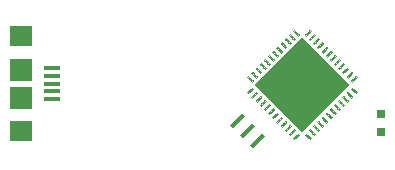
<source format=gbr>
G04 EAGLE Gerber RS-274X export*
G75*
%MOMM*%
%FSLAX34Y34*%
%LPD*%
%INSolderpaste Top*%
%IPPOS*%
%AMOC8*
5,1,8,0,0,1.08239X$1,22.5*%
G01*
%ADD10C,0.124994*%
%ADD11R,5.699988X5.699988*%
%ADD12R,1.399997X0.400000*%
%ADD13R,1.350000X0.400000*%
%ADD14R,1.900000X1.800000*%
%ADD15R,1.900000X1.900000*%
%ADD16R,0.800000X0.800000*%


D10*
X-39081Y106082D02*
X-39965Y106966D01*
X-35901Y111030D01*
X-35017Y110146D01*
X-39081Y106082D01*
X-39662Y107269D02*
X-37894Y107269D01*
X-38475Y108456D02*
X-36707Y108456D01*
X-37288Y109643D02*
X-35520Y109643D01*
X-35701Y110830D02*
X-36101Y110830D01*
X-36429Y103431D02*
X-35545Y102547D01*
X-36429Y103431D02*
X-32365Y107495D01*
X-31481Y106611D01*
X-35545Y102547D01*
X-36126Y103734D02*
X-34358Y103734D01*
X-34939Y104921D02*
X-33171Y104921D01*
X-33752Y106108D02*
X-31984Y106108D01*
X-32165Y107295D02*
X-32565Y107295D01*
X-32894Y99895D02*
X-32010Y99011D01*
X-32894Y99895D02*
X-28830Y103959D01*
X-27946Y103075D01*
X-32010Y99011D01*
X-32591Y100198D02*
X-30823Y100198D01*
X-31404Y101385D02*
X-29636Y101385D01*
X-30217Y102572D02*
X-28449Y102572D01*
X-28630Y103759D02*
X-29030Y103759D01*
X-29358Y96360D02*
X-28474Y95476D01*
X-29358Y96360D02*
X-25294Y100424D01*
X-24410Y99540D01*
X-28474Y95476D01*
X-29055Y96663D02*
X-27287Y96663D01*
X-27868Y97850D02*
X-26100Y97850D01*
X-26681Y99037D02*
X-24913Y99037D01*
X-25094Y100224D02*
X-25494Y100224D01*
X-25823Y92824D02*
X-24939Y91940D01*
X-25823Y92824D02*
X-21759Y96888D01*
X-20875Y96004D01*
X-24939Y91940D01*
X-25520Y93127D02*
X-23752Y93127D01*
X-24333Y94314D02*
X-22565Y94314D01*
X-23146Y95501D02*
X-21378Y95501D01*
X-21559Y96688D02*
X-21959Y96688D01*
X-22287Y89289D02*
X-21403Y88405D01*
X-22287Y89289D02*
X-18223Y93353D01*
X-17339Y92469D01*
X-21403Y88405D01*
X-21984Y89592D02*
X-20216Y89592D01*
X-20797Y90779D02*
X-19029Y90779D01*
X-19610Y91966D02*
X-17842Y91966D01*
X-18023Y93153D02*
X-18423Y93153D01*
X-18751Y85753D02*
X-17867Y84869D01*
X-18751Y85753D02*
X-14687Y89817D01*
X-13803Y88933D01*
X-17867Y84869D01*
X-18448Y86056D02*
X-16680Y86056D01*
X-17261Y87243D02*
X-15493Y87243D01*
X-16074Y88430D02*
X-14306Y88430D01*
X-14487Y89617D02*
X-14887Y89617D01*
X-15216Y82218D02*
X-14332Y81334D01*
X-15216Y82218D02*
X-11152Y86282D01*
X-10268Y85398D01*
X-14332Y81334D01*
X-14913Y82521D02*
X-13145Y82521D01*
X-13726Y83708D02*
X-11958Y83708D01*
X-12539Y84895D02*
X-10771Y84895D01*
X-10952Y86082D02*
X-11352Y86082D01*
X-11680Y78682D02*
X-10796Y77798D01*
X-11680Y78682D02*
X-7616Y82746D01*
X-6732Y81862D01*
X-10796Y77798D01*
X-11377Y78985D02*
X-9609Y78985D01*
X-10190Y80172D02*
X-8422Y80172D01*
X-9003Y81359D02*
X-7235Y81359D01*
X-7416Y82546D02*
X-7816Y82546D01*
X-8145Y75147D02*
X-7261Y74263D01*
X-8145Y75147D02*
X-4081Y79211D01*
X-3197Y78327D01*
X-7261Y74263D01*
X-7842Y75450D02*
X-6074Y75450D01*
X-6655Y76637D02*
X-4887Y76637D01*
X-5468Y77824D02*
X-3700Y77824D01*
X-3881Y79011D02*
X-4281Y79011D01*
X-4609Y71611D02*
X-3725Y70727D01*
X-4609Y71611D02*
X-545Y75675D01*
X339Y74791D01*
X-3725Y70727D01*
X-4306Y71914D02*
X-2538Y71914D01*
X-3119Y73101D02*
X-1351Y73101D01*
X-1932Y74288D02*
X-164Y74288D01*
X-345Y75475D02*
X-745Y75475D01*
X-1074Y68076D02*
X-190Y67192D01*
X-1074Y68076D02*
X2990Y72140D01*
X3874Y71256D01*
X-190Y67192D01*
X-771Y68379D02*
X997Y68379D01*
X416Y69566D02*
X2184Y69566D01*
X1603Y70753D02*
X3371Y70753D01*
X3190Y71940D02*
X2790Y71940D01*
X12890Y67192D02*
X13774Y68076D01*
X12890Y67192D02*
X8826Y71256D01*
X9710Y72140D01*
X13774Y68076D01*
X13471Y68379D02*
X11703Y68379D01*
X12284Y69566D02*
X10516Y69566D01*
X11097Y70753D02*
X9329Y70753D01*
X9510Y71940D02*
X9910Y71940D01*
X16425Y70727D02*
X17309Y71611D01*
X16425Y70727D02*
X12361Y74791D01*
X13245Y75675D01*
X17309Y71611D01*
X17006Y71914D02*
X15238Y71914D01*
X15819Y73101D02*
X14051Y73101D01*
X14632Y74288D02*
X12864Y74288D01*
X13045Y75475D02*
X13445Y75475D01*
X19961Y74263D02*
X20845Y75147D01*
X19961Y74263D02*
X15897Y78327D01*
X16781Y79211D01*
X20845Y75147D01*
X20542Y75450D02*
X18774Y75450D01*
X19355Y76637D02*
X17587Y76637D01*
X18168Y77824D02*
X16400Y77824D01*
X16581Y79011D02*
X16981Y79011D01*
X23496Y77798D02*
X24380Y78682D01*
X23496Y77798D02*
X19432Y81862D01*
X20316Y82746D01*
X24380Y78682D01*
X24077Y78985D02*
X22309Y78985D01*
X22890Y80172D02*
X21122Y80172D01*
X21703Y81359D02*
X19935Y81359D01*
X20116Y82546D02*
X20516Y82546D01*
X27032Y81334D02*
X27916Y82218D01*
X27032Y81334D02*
X22968Y85398D01*
X23852Y86282D01*
X27916Y82218D01*
X27613Y82521D02*
X25845Y82521D01*
X26426Y83708D02*
X24658Y83708D01*
X25239Y84895D02*
X23471Y84895D01*
X23652Y86082D02*
X24052Y86082D01*
X30567Y84869D02*
X31451Y85753D01*
X30567Y84869D02*
X26503Y88933D01*
X27387Y89817D01*
X31451Y85753D01*
X31148Y86056D02*
X29380Y86056D01*
X29961Y87243D02*
X28193Y87243D01*
X28774Y88430D02*
X27006Y88430D01*
X27187Y89617D02*
X27587Y89617D01*
X34103Y88405D02*
X34987Y89289D01*
X34103Y88405D02*
X30039Y92469D01*
X30923Y93353D01*
X34987Y89289D01*
X34684Y89592D02*
X32916Y89592D01*
X33497Y90779D02*
X31729Y90779D01*
X32310Y91966D02*
X30542Y91966D01*
X30723Y93153D02*
X31123Y93153D01*
X37639Y91940D02*
X38523Y92824D01*
X37639Y91940D02*
X33575Y96004D01*
X34459Y96888D01*
X38523Y92824D01*
X38220Y93127D02*
X36452Y93127D01*
X37033Y94314D02*
X35265Y94314D01*
X35846Y95501D02*
X34078Y95501D01*
X34259Y96688D02*
X34659Y96688D01*
X41174Y95476D02*
X42058Y96360D01*
X41174Y95476D02*
X37110Y99540D01*
X37994Y100424D01*
X42058Y96360D01*
X41755Y96663D02*
X39987Y96663D01*
X40568Y97850D02*
X38800Y97850D01*
X39381Y99037D02*
X37613Y99037D01*
X37794Y100224D02*
X38194Y100224D01*
X44710Y99011D02*
X45594Y99895D01*
X44710Y99011D02*
X40646Y103075D01*
X41530Y103959D01*
X45594Y99895D01*
X45291Y100198D02*
X43523Y100198D01*
X44104Y101385D02*
X42336Y101385D01*
X42917Y102572D02*
X41149Y102572D01*
X41330Y103759D02*
X41730Y103759D01*
X48245Y102547D02*
X49129Y103431D01*
X48245Y102547D02*
X44181Y106611D01*
X45065Y107495D01*
X49129Y103431D01*
X48826Y103734D02*
X47058Y103734D01*
X47639Y104921D02*
X45871Y104921D01*
X46452Y106108D02*
X44684Y106108D01*
X44865Y107295D02*
X45265Y107295D01*
X51781Y106082D02*
X52665Y106966D01*
X51781Y106082D02*
X47717Y110146D01*
X48601Y111030D01*
X52665Y106966D01*
X52362Y107269D02*
X50594Y107269D01*
X51175Y108456D02*
X49407Y108456D01*
X49988Y109643D02*
X48220Y109643D01*
X48401Y110830D02*
X48801Y110830D01*
X52665Y120046D02*
X51781Y120930D01*
X52665Y120046D02*
X48601Y115982D01*
X47717Y116866D01*
X51781Y120930D01*
X49788Y117169D02*
X48020Y117169D01*
X49207Y118356D02*
X50975Y118356D01*
X50394Y119543D02*
X52162Y119543D01*
X51981Y120730D02*
X51581Y120730D01*
X49129Y123582D02*
X48245Y124466D01*
X49129Y123582D02*
X45065Y119518D01*
X44181Y120402D01*
X48245Y124466D01*
X46252Y120705D02*
X44484Y120705D01*
X45671Y121892D02*
X47439Y121892D01*
X46858Y123079D02*
X48626Y123079D01*
X48445Y124266D02*
X48045Y124266D01*
X45594Y127117D02*
X44710Y128001D01*
X45594Y127117D02*
X41530Y123053D01*
X40646Y123937D01*
X44710Y128001D01*
X42717Y124240D02*
X40949Y124240D01*
X42136Y125427D02*
X43904Y125427D01*
X43323Y126614D02*
X45091Y126614D01*
X44910Y127801D02*
X44510Y127801D01*
X42058Y130653D02*
X41174Y131537D01*
X42058Y130653D02*
X37994Y126589D01*
X37110Y127473D01*
X41174Y131537D01*
X39181Y127776D02*
X37413Y127776D01*
X38600Y128963D02*
X40368Y128963D01*
X39787Y130150D02*
X41555Y130150D01*
X41374Y131337D02*
X40974Y131337D01*
X38523Y134188D02*
X37639Y135072D01*
X38523Y134188D02*
X34459Y130124D01*
X33575Y131008D01*
X37639Y135072D01*
X35646Y131311D02*
X33878Y131311D01*
X35065Y132498D02*
X36833Y132498D01*
X36252Y133685D02*
X38020Y133685D01*
X37839Y134872D02*
X37439Y134872D01*
X34987Y137724D02*
X34103Y138608D01*
X34987Y137724D02*
X30923Y133660D01*
X30039Y134544D01*
X34103Y138608D01*
X32110Y134847D02*
X30342Y134847D01*
X31529Y136034D02*
X33297Y136034D01*
X32716Y137221D02*
X34484Y137221D01*
X34303Y138408D02*
X33903Y138408D01*
X31451Y141259D02*
X30567Y142143D01*
X31451Y141259D02*
X27387Y137195D01*
X26503Y138079D01*
X30567Y142143D01*
X28574Y138382D02*
X26806Y138382D01*
X27993Y139569D02*
X29761Y139569D01*
X29180Y140756D02*
X30948Y140756D01*
X30767Y141943D02*
X30367Y141943D01*
X27916Y144795D02*
X27032Y145679D01*
X27916Y144795D02*
X23852Y140731D01*
X22968Y141615D01*
X27032Y145679D01*
X25039Y141918D02*
X23271Y141918D01*
X24458Y143105D02*
X26226Y143105D01*
X25645Y144292D02*
X27413Y144292D01*
X27232Y145479D02*
X26832Y145479D01*
X24380Y148330D02*
X23496Y149214D01*
X24380Y148330D02*
X20316Y144266D01*
X19432Y145150D01*
X23496Y149214D01*
X21503Y145453D02*
X19735Y145453D01*
X20922Y146640D02*
X22690Y146640D01*
X22109Y147827D02*
X23877Y147827D01*
X23696Y149014D02*
X23296Y149014D01*
X20845Y151866D02*
X19961Y152750D01*
X20845Y151866D02*
X16781Y147802D01*
X15897Y148686D01*
X19961Y152750D01*
X17968Y148989D02*
X16200Y148989D01*
X17387Y150176D02*
X19155Y150176D01*
X18574Y151363D02*
X20342Y151363D01*
X20161Y152550D02*
X19761Y152550D01*
X17309Y155401D02*
X16425Y156285D01*
X17309Y155401D02*
X13245Y151337D01*
X12361Y152221D01*
X16425Y156285D01*
X14432Y152524D02*
X12664Y152524D01*
X13851Y153711D02*
X15619Y153711D01*
X15038Y154898D02*
X16806Y154898D01*
X16625Y156085D02*
X16225Y156085D01*
X13774Y158937D02*
X12890Y159821D01*
X13774Y158937D02*
X9710Y154873D01*
X8826Y155757D01*
X12890Y159821D01*
X10897Y156060D02*
X9129Y156060D01*
X10316Y157247D02*
X12084Y157247D01*
X11503Y158434D02*
X13271Y158434D01*
X13090Y159621D02*
X12690Y159621D01*
X-190Y159821D02*
X-1074Y158937D01*
X-190Y159821D02*
X3874Y155757D01*
X2990Y154873D01*
X-1074Y158937D01*
X1803Y156060D02*
X3571Y156060D01*
X2384Y157247D02*
X616Y157247D01*
X1197Y158434D02*
X-571Y158434D01*
X-390Y159621D02*
X10Y159621D01*
X-3725Y156285D02*
X-4609Y155401D01*
X-3725Y156285D02*
X339Y152221D01*
X-545Y151337D01*
X-4609Y155401D01*
X-1732Y152524D02*
X36Y152524D01*
X-1151Y153711D02*
X-2919Y153711D01*
X-2338Y154898D02*
X-4106Y154898D01*
X-3925Y156085D02*
X-3525Y156085D01*
X-7261Y152750D02*
X-8145Y151866D01*
X-7261Y152750D02*
X-3197Y148686D01*
X-4081Y147802D01*
X-8145Y151866D01*
X-5268Y148989D02*
X-3500Y148989D01*
X-4687Y150176D02*
X-6455Y150176D01*
X-5874Y151363D02*
X-7642Y151363D01*
X-7461Y152550D02*
X-7061Y152550D01*
X-10796Y149214D02*
X-11680Y148330D01*
X-10796Y149214D02*
X-6732Y145150D01*
X-7616Y144266D01*
X-11680Y148330D01*
X-8803Y145453D02*
X-7035Y145453D01*
X-8222Y146640D02*
X-9990Y146640D01*
X-9409Y147827D02*
X-11177Y147827D01*
X-10996Y149014D02*
X-10596Y149014D01*
X-14332Y145679D02*
X-15216Y144795D01*
X-14332Y145679D02*
X-10268Y141615D01*
X-11152Y140731D01*
X-15216Y144795D01*
X-12339Y141918D02*
X-10571Y141918D01*
X-11758Y143105D02*
X-13526Y143105D01*
X-12945Y144292D02*
X-14713Y144292D01*
X-14532Y145479D02*
X-14132Y145479D01*
X-17867Y142143D02*
X-18751Y141259D01*
X-17867Y142143D02*
X-13803Y138079D01*
X-14687Y137195D01*
X-18751Y141259D01*
X-15874Y138382D02*
X-14106Y138382D01*
X-15293Y139569D02*
X-17061Y139569D01*
X-16480Y140756D02*
X-18248Y140756D01*
X-18067Y141943D02*
X-17667Y141943D01*
X-21403Y138608D02*
X-22287Y137724D01*
X-21403Y138608D02*
X-17339Y134544D01*
X-18223Y133660D01*
X-22287Y137724D01*
X-19410Y134847D02*
X-17642Y134847D01*
X-18829Y136034D02*
X-20597Y136034D01*
X-20016Y137221D02*
X-21784Y137221D01*
X-21603Y138408D02*
X-21203Y138408D01*
X-24939Y135072D02*
X-25823Y134188D01*
X-24939Y135072D02*
X-20875Y131008D01*
X-21759Y130124D01*
X-25823Y134188D01*
X-22946Y131311D02*
X-21178Y131311D01*
X-22365Y132498D02*
X-24133Y132498D01*
X-23552Y133685D02*
X-25320Y133685D01*
X-25139Y134872D02*
X-24739Y134872D01*
X-28474Y131537D02*
X-29358Y130653D01*
X-28474Y131537D02*
X-24410Y127473D01*
X-25294Y126589D01*
X-29358Y130653D01*
X-26481Y127776D02*
X-24713Y127776D01*
X-25900Y128963D02*
X-27668Y128963D01*
X-27087Y130150D02*
X-28855Y130150D01*
X-28674Y131337D02*
X-28274Y131337D01*
X-32010Y128001D02*
X-32894Y127117D01*
X-32010Y128001D02*
X-27946Y123937D01*
X-28830Y123053D01*
X-32894Y127117D01*
X-30017Y124240D02*
X-28249Y124240D01*
X-29436Y125427D02*
X-31204Y125427D01*
X-30623Y126614D02*
X-32391Y126614D01*
X-32210Y127801D02*
X-31810Y127801D01*
X-35545Y124466D02*
X-36429Y123582D01*
X-35545Y124466D02*
X-31481Y120402D01*
X-32365Y119518D01*
X-36429Y123582D01*
X-33552Y120705D02*
X-31784Y120705D01*
X-32971Y121892D02*
X-34739Y121892D01*
X-34158Y123079D02*
X-35926Y123079D01*
X-35745Y124266D02*
X-35345Y124266D01*
X-39081Y120930D02*
X-39965Y120046D01*
X-39081Y120930D02*
X-35017Y116866D01*
X-35901Y115982D01*
X-39965Y120046D01*
X-37088Y117169D02*
X-35320Y117169D01*
X-36507Y118356D02*
X-38275Y118356D01*
X-37694Y119543D02*
X-39462Y119543D01*
X-39281Y120730D02*
X-38881Y120730D01*
D11*
G36*
X6350Y73201D02*
X-33955Y113506D01*
X6350Y153811D01*
X46655Y113506D01*
X6350Y73201D01*
G37*
D12*
G36*
X-41810Y86633D02*
X-51708Y76735D01*
X-54536Y79563D01*
X-44638Y89461D01*
X-41810Y86633D01*
G37*
G36*
X-33325Y78148D02*
X-43223Y68250D01*
X-46051Y71078D01*
X-36153Y80976D01*
X-33325Y78148D01*
G37*
G36*
X-24839Y69662D02*
X-34737Y59764D01*
X-37565Y62592D01*
X-27667Y72490D01*
X-24839Y69662D01*
G37*
D13*
X-205025Y114300D03*
X-205025Y107800D03*
X-205025Y120800D03*
X-205025Y127300D03*
X-205025Y101300D03*
D14*
X-231775Y74300D03*
D15*
X-231775Y102300D03*
X-231775Y126300D03*
D14*
X-231775Y154300D03*
D16*
X73025Y73463D03*
X73025Y88463D03*
M02*

</source>
